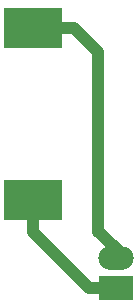
<source format=gbr>
G04 #@! TF.GenerationSoftware,KiCad,Pcbnew,(5.0.2)-1*
G04 #@! TF.CreationDate,2021-08-28T19:43:05+01:00*
G04 #@! TF.ProjectId,HL-GM1-03-03-kicad,484c2d47-4d31-42d3-9033-2d30332d6b69,rev?*
G04 #@! TF.SameCoordinates,Original*
G04 #@! TF.FileFunction,Copper,L1,Top*
G04 #@! TF.FilePolarity,Positive*
%FSLAX46Y46*%
G04 Gerber Fmt 4.6, Leading zero omitted, Abs format (unit mm)*
G04 Created by KiCad (PCBNEW (5.0.2)-1) date 28/08/2021 19:43:05*
%MOMM*%
%LPD*%
G01*
G04 APERTURE LIST*
G04 #@! TA.AperFunction,SMDPad,CuDef*
%ADD10R,5.000000X3.500000*%
G04 #@! TD*
G04 #@! TA.AperFunction,ComponentPad*
%ADD11O,3.000000X2.000000*%
G04 #@! TD*
G04 #@! TA.AperFunction,ComponentPad*
%ADD12R,3.000000X2.000000*%
G04 #@! TD*
G04 #@! TA.AperFunction,Conductor*
%ADD13C,1.000000*%
G04 #@! TD*
G04 APERTURE END LIST*
D10*
G04 #@! TO.P,J1,1*
G04 #@! TO.N,Net-(J1-Pad1)*
X-5500000Y-7250000D03*
G04 #@! TO.P,J1,2*
G04 #@! TO.N,Net-(J1-Pad2)*
X-5500000Y7250000D03*
G04 #@! TD*
D11*
G04 #@! TO.P,J2,2*
G04 #@! TO.N,Net-(J1-Pad2)*
X1577000Y-12190000D03*
D12*
G04 #@! TO.P,J2,1*
G04 #@! TO.N,Net-(J1-Pad1)*
X1577000Y-14730000D03*
G04 #@! TD*
D13*
G04 #@! TO.N,Net-(J1-Pad1)*
X-770000Y-14730000D02*
X2199990Y-14730000D01*
X-5500000Y-10000000D02*
X-770000Y-14730000D01*
X-5500000Y-7250000D02*
X-5500000Y-10000000D01*
G04 #@! TO.N,Net-(J1-Pad2)*
X-2000000Y7250000D02*
X0Y5250000D01*
X-5500000Y7250000D02*
X-2000000Y7250000D01*
X0Y5250000D02*
X0Y-10000000D01*
X137000Y-10000000D02*
X2199990Y-12062990D01*
X0Y-10000000D02*
X137000Y-10000000D01*
G04 #@! TD*
M02*

</source>
